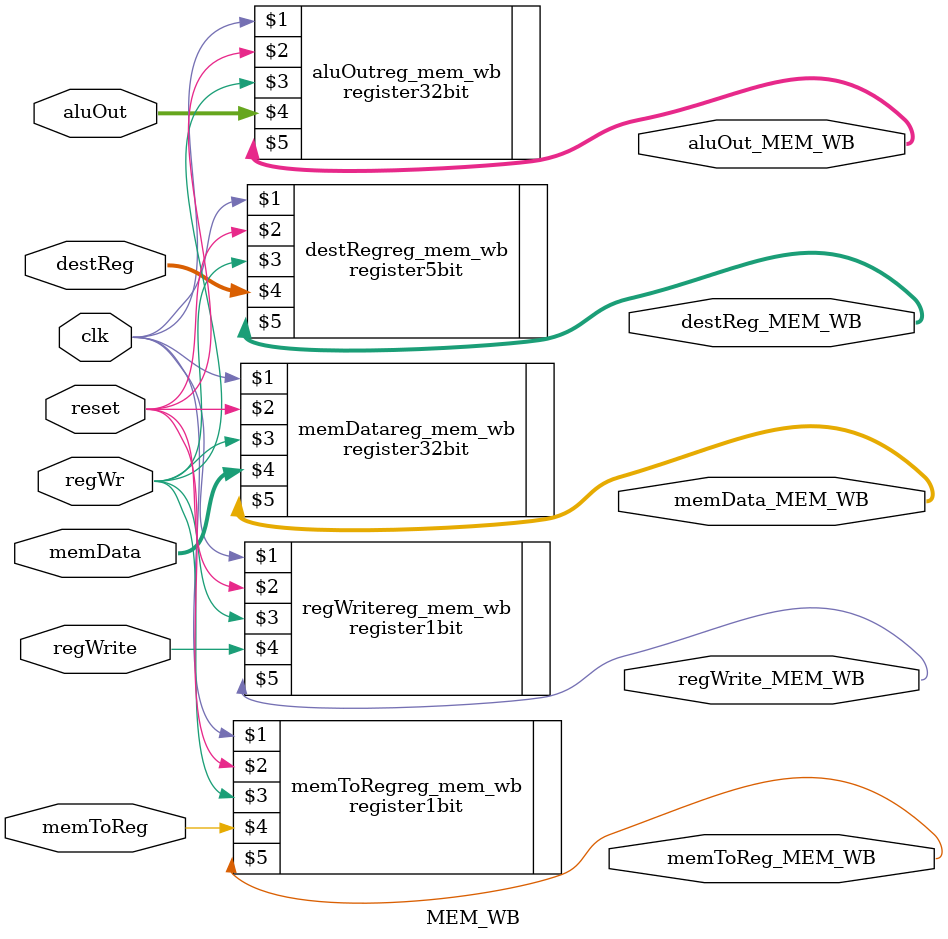
<source format=v>
/*##########################################################################################
Note: Please don’t upload the assignments, template file/solution and lab. manual on GitHub or others public repository. 
Kindly remove them, if you have uploaded the previous assignments. 
It violates the BITS’s Intellectual Property Rights (IPR).
*******************************************************************************************/

module MEM_WB(input clk, input reset, input regWr, input memToReg, input regWrite, input [4:0] destReg, 
				  input [31:0] memData, input [31:0] aluOut, output memToReg_MEM_WB, output regWrite_MEM_WB, 
				  output [4:0] destReg_MEM_WB, output [31:0] memData_MEM_WB, output [31:0] aluOut_MEM_WB);
	//WRITE YOUR CODE HERE, NO NEED TO DEFINE NEW VARIABLES
    register32bit memDatareg_mem_wb (clk, reset, regWr, memData, memData_MEM_WB);
    register32bit aluOutreg_mem_wb (clk, reset, regWr, aluOut, aluOut_MEM_WB);
    register5bit destRegreg_mem_wb (clk, reset, regWr, destReg, destReg_MEM_WB);
	register1bit memToRegreg_mem_wb (clk, reset, regWr, memToReg, memToReg_MEM_WB);
    register1bit regWritereg_mem_wb (clk, reset, regWr, regWrite, regWrite_MEM_WB);
endmodule
</source>
